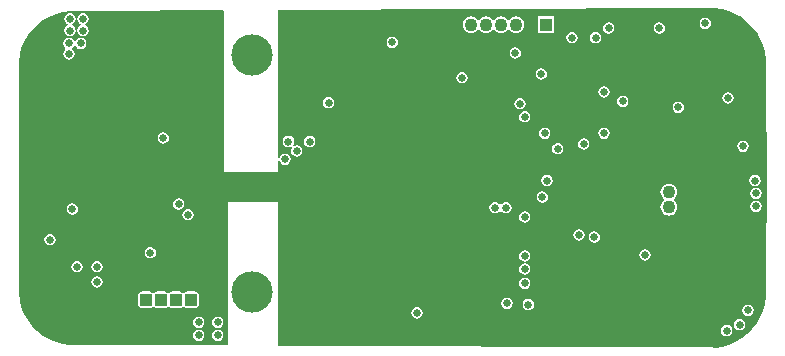
<source format=gbr>
%TF.GenerationSoftware,Altium Limited,Altium Designer,20.2.6 (244)*%
G04 Layer_Physical_Order=2*
G04 Layer_Color=36540*
%FSLAX45Y45*%
%MOMM*%
%TF.SameCoordinates,5B1E47F8-7F56-49C7-AB48-EE235D2752C7*%
%TF.FilePolarity,Positive*%
%TF.FileFunction,Copper,L2,Inr,Signal*%
%TF.Part,Single*%
G01*
G75*
%TA.AperFunction,ComponentPad*%
%ADD48C,3.50000*%
%ADD49C,1.10000*%
%ADD50R,1.10000X1.10000*%
G04:AMPARAMS|DCode=51|XSize=1.1mm|YSize=1.1mm|CornerRadius=0.275mm|HoleSize=0mm|Usage=FLASHONLY|Rotation=270.000|XOffset=0mm|YOffset=0mm|HoleType=Round|Shape=RoundedRectangle|*
%AMROUNDEDRECTD51*
21,1,1.10000,0.55000,0,0,270.0*
21,1,0.55000,1.10000,0,0,270.0*
1,1,0.55000,-0.27500,-0.27500*
1,1,0.55000,-0.27500,0.27500*
1,1,0.55000,0.27500,0.27500*
1,1,0.55000,0.27500,-0.27500*
%
%ADD51ROUNDEDRECTD51*%
G04:AMPARAMS|DCode=52|XSize=1.1mm|YSize=1.1mm|CornerRadius=0.1375mm|HoleSize=0mm|Usage=FLASHONLY|Rotation=270.000|XOffset=0mm|YOffset=0mm|HoleType=Round|Shape=RoundedRectangle|*
%AMROUNDEDRECTD52*
21,1,1.10000,0.82500,0,0,270.0*
21,1,0.82500,1.10000,0,0,270.0*
1,1,0.27500,-0.41250,-0.41250*
1,1,0.27500,-0.41250,0.41250*
1,1,0.27500,0.41250,0.41250*
1,1,0.27500,0.41250,-0.41250*
%
%ADD52ROUNDEDRECTD52*%
%ADD53O,2.80000X1.40000*%
%ADD54R,1.10000X1.10000*%
%TA.AperFunction,ViaPad*%
%ADD55C,0.65000*%
G36*
X5979158Y2890763D02*
X6037967Y2875302D01*
X6094248Y2852291D01*
X6147045Y2822123D01*
X6195448Y2785316D01*
X6238625Y2742504D01*
X6275840Y2694415D01*
X6306454Y2641876D01*
X6329941Y2585790D01*
X6345900Y2527115D01*
X6354057Y2466857D01*
X6354164Y2436481D01*
X6354164Y2436481D01*
X6354446Y2324560D01*
X6354449Y2324544D01*
X6354446Y2324528D01*
X6354781Y2236193D01*
X6354782Y2236187D01*
X6354781Y2236181D01*
X6358062Y1462194D01*
X6354781Y688206D01*
X6354782Y688198D01*
X6354781Y688191D01*
X6354371Y575820D01*
X6354374Y575803D01*
X6354371Y575787D01*
X6354164Y487902D01*
X6354164Y487901D01*
X6354054Y457532D01*
X6345894Y397277D01*
X6329932Y338604D01*
X6306442Y282517D01*
X6275828Y229982D01*
X6238612Y181895D01*
X6195435Y139082D01*
X6147034Y102275D01*
X6094242Y72108D01*
X6037958Y49094D01*
X5979154Y33630D01*
X5918830Y25981D01*
X5888429Y26128D01*
X5776538Y26794D01*
X5776522Y26791D01*
X5776506Y26795D01*
X5688171Y27209D01*
X5688165Y27208D01*
X5688160Y27209D01*
X2220000Y41903D01*
Y1260000D01*
X1800000D01*
Y52681D01*
X1791000Y43720D01*
X688206Y48392D01*
X688199Y48391D01*
X688191Y48392D01*
X575821Y48802D01*
X575804Y48799D01*
X575788Y48802D01*
X487903Y49009D01*
X487902Y49009D01*
X457532Y49118D01*
X397277Y57277D01*
X338603Y73238D01*
X282517Y96728D01*
X229980Y127342D01*
X181893Y164557D01*
X139080Y207734D01*
X102274Y256135D01*
X72105Y308930D01*
X49093Y365212D01*
X33630Y424019D01*
X25981Y484341D01*
X26129Y514744D01*
X26795Y626636D01*
X26792Y626651D01*
X26796Y626668D01*
X27210Y715002D01*
X27209Y715008D01*
X27210Y715014D01*
X30373Y1462086D01*
X30352Y1462194D01*
X30373Y1462302D01*
X27210Y2209373D01*
X27208Y2209381D01*
X27210Y2209389D01*
X26667Y2321759D01*
X26664Y2321775D01*
X26667Y2321792D01*
X26129Y2409644D01*
X25980Y2440047D01*
X33627Y2500370D01*
X49089Y2559176D01*
X72102Y2615461D01*
X102269Y2668255D01*
X139075Y2716656D01*
X181889Y2759834D01*
X229977Y2797050D01*
X282513Y2827663D01*
X338599Y2851151D01*
X397275Y2867112D01*
X457532Y2875270D01*
X487907Y2875378D01*
X487908Y2875378D01*
X599828Y2875660D01*
X599844Y2875663D01*
X599860Y2875660D01*
X688195Y2875995D01*
X688200Y2875996D01*
X688206Y2875995D01*
X1751001Y2880497D01*
X1760000Y2871536D01*
Y1510000D01*
X2220000D01*
Y1603249D01*
X2225624Y1613619D01*
X2225626Y1613619D01*
Y1613619D01*
X2232699Y1614316D01*
X2232868Y1613474D01*
X2235256Y1601466D01*
X2245754Y1585755D01*
X2261466Y1575256D01*
X2280000Y1571569D01*
X2298534Y1575256D01*
X2314246Y1585755D01*
X2324744Y1601466D01*
X2328431Y1620000D01*
X2324744Y1638534D01*
X2314246Y1654246D01*
X2298534Y1664744D01*
X2280000Y1668431D01*
X2261466Y1664744D01*
X2245754Y1654246D01*
X2235256Y1638534D01*
X2232868Y1626527D01*
X2232699Y1625684D01*
X2225626Y1626381D01*
Y1626381D01*
X2225625Y1626381D01*
X2220000Y1636751D01*
Y2882484D01*
X5688160Y2897178D01*
X5688167Y2897180D01*
X5688175Y2897178D01*
X5800545Y2897721D01*
X5800561Y2897724D01*
X5800578Y2897721D01*
X5888430Y2898259D01*
X5918833Y2898409D01*
X5979158Y2890763D01*
D02*
G37*
%LPC*%
G36*
X4237000Y2830604D02*
X4218726Y2828198D01*
X4201698Y2821145D01*
X4187075Y2809925D01*
X4181367Y2802485D01*
X4165633D01*
X4159924Y2809925D01*
X4145302Y2821145D01*
X4128273Y2828198D01*
X4110000Y2830604D01*
X4091726Y2828198D01*
X4074698Y2821145D01*
X4060075Y2809925D01*
X4054367Y2802485D01*
X4038633D01*
X4032924Y2809925D01*
X4018302Y2821145D01*
X4001273Y2828198D01*
X3983000Y2830604D01*
X3964726Y2828198D01*
X3947698Y2821145D01*
X3933075Y2809925D01*
X3927367Y2802485D01*
X3911633D01*
X3905924Y2809925D01*
X3891302Y2821145D01*
X3874273Y2828198D01*
X3856000Y2830604D01*
X3837726Y2828198D01*
X3820698Y2821145D01*
X3806075Y2809925D01*
X3794855Y2795302D01*
X3787802Y2778274D01*
X3785396Y2760000D01*
X3787802Y2741727D01*
X3794855Y2724698D01*
X3806075Y2710076D01*
X3820698Y2698855D01*
X3837726Y2691802D01*
X3856000Y2689396D01*
X3874273Y2691802D01*
X3891302Y2698855D01*
X3905924Y2710076D01*
X3911633Y2717515D01*
X3927367D01*
X3933075Y2710076D01*
X3947698Y2698855D01*
X3964726Y2691802D01*
X3983000Y2689396D01*
X4001273Y2691802D01*
X4018302Y2698855D01*
X4032924Y2710076D01*
X4038633Y2717515D01*
X4054367D01*
X4060075Y2710076D01*
X4074698Y2698855D01*
X4091726Y2691802D01*
X4110000Y2689396D01*
X4128273Y2691802D01*
X4145302Y2698855D01*
X4159924Y2710076D01*
X4165633Y2717515D01*
X4181367D01*
X4187075Y2710076D01*
X4201698Y2698855D01*
X4218726Y2691802D01*
X4237000Y2689396D01*
X4255273Y2691802D01*
X4272302Y2698855D01*
X4286924Y2710076D01*
X4298145Y2724698D01*
X4305198Y2741727D01*
X4307604Y2760000D01*
X4305198Y2778274D01*
X4298145Y2795302D01*
X4286924Y2809925D01*
X4272302Y2821145D01*
X4255273Y2828198D01*
X4237000Y2830604D01*
D02*
G37*
G36*
X5840000Y2818431D02*
X5821466Y2814744D01*
X5805754Y2804246D01*
X5795256Y2788534D01*
X5791569Y2770000D01*
X5795256Y2751466D01*
X5805754Y2735754D01*
X5821466Y2725256D01*
X5840000Y2721569D01*
X5858534Y2725256D01*
X5874246Y2735754D01*
X5884744Y2751466D01*
X5888431Y2770000D01*
X5884744Y2788534D01*
X5874246Y2804246D01*
X5858534Y2814744D01*
X5840000Y2818431D01*
D02*
G37*
G36*
X4561000Y2830000D02*
X4421000D01*
Y2690000D01*
X4561000D01*
Y2830000D01*
D02*
G37*
G36*
X5450000Y2778431D02*
X5431466Y2774744D01*
X5415754Y2764245D01*
X5405256Y2748533D01*
X5401569Y2730000D01*
X5405256Y2711466D01*
X5415754Y2695754D01*
X5431466Y2685256D01*
X5450000Y2681569D01*
X5468534Y2685256D01*
X5484246Y2695754D01*
X5494744Y2711466D01*
X5498431Y2730000D01*
X5494744Y2748533D01*
X5484246Y2764245D01*
X5468534Y2774744D01*
X5450000Y2778431D01*
D02*
G37*
G36*
X5020000D02*
X5001467Y2774744D01*
X4985755Y2764245D01*
X4975256Y2748533D01*
X4971569Y2730000D01*
X4975256Y2711466D01*
X4985755Y2695754D01*
X5001467Y2685256D01*
X5020000Y2681569D01*
X5038534Y2685256D01*
X5054246Y2695754D01*
X5064744Y2711466D01*
X5068431Y2730000D01*
X5064744Y2748533D01*
X5054246Y2764245D01*
X5038534Y2774744D01*
X5020000Y2778431D01*
D02*
G37*
G36*
X570000Y2858431D02*
X551466Y2854744D01*
X535754Y2844246D01*
X525256Y2828534D01*
X521569Y2810000D01*
X525256Y2791466D01*
X535754Y2775754D01*
X548773Y2767056D01*
X549792Y2762394D01*
Y2757606D01*
X548773Y2752944D01*
X535754Y2744245D01*
X525256Y2728534D01*
X521569Y2710000D01*
X525256Y2691466D01*
X535754Y2675754D01*
X551466Y2665256D01*
X570000Y2661569D01*
X588533Y2665256D01*
X604245Y2675754D01*
X614744Y2691466D01*
X618431Y2710000D01*
X614744Y2728534D01*
X604245Y2744245D01*
X591227Y2752944D01*
X590207Y2757606D01*
Y2762394D01*
X591227Y2767056D01*
X604245Y2775754D01*
X614744Y2791466D01*
X618431Y2810000D01*
X614744Y2828534D01*
X604245Y2844246D01*
X588533Y2854744D01*
X570000Y2858431D01*
D02*
G37*
G36*
X460000D02*
X441466Y2854744D01*
X425755Y2844246D01*
X415256Y2828534D01*
X411569Y2810000D01*
X415256Y2791466D01*
X425755Y2775754D01*
X438773Y2767056D01*
X439793Y2762394D01*
Y2757606D01*
X438773Y2752944D01*
X425755Y2744245D01*
X415256Y2728534D01*
X411569Y2710000D01*
X415256Y2691466D01*
X425755Y2675754D01*
X441466Y2665256D01*
X460000Y2661569D01*
X478534Y2665256D01*
X494246Y2675754D01*
X504744Y2691466D01*
X508431Y2710000D01*
X504744Y2728534D01*
X494246Y2744245D01*
X481227Y2752944D01*
X480208Y2757606D01*
Y2762394D01*
X481227Y2767056D01*
X494246Y2775754D01*
X504744Y2791466D01*
X508431Y2810000D01*
X504744Y2828534D01*
X494246Y2844246D01*
X478534Y2854744D01*
X460000Y2858431D01*
D02*
G37*
G36*
X550000Y2648431D02*
X531466Y2644744D01*
X515754Y2634245D01*
X507056Y2621227D01*
X502395Y2620208D01*
X497605D01*
X492944Y2621227D01*
X484246Y2634245D01*
X468534Y2644744D01*
X450000Y2648431D01*
X431466Y2644744D01*
X415755Y2634245D01*
X405256Y2618533D01*
X401569Y2600000D01*
X405256Y2581466D01*
X415755Y2565754D01*
X420420Y2562637D01*
Y2547363D01*
X415755Y2544246D01*
X405256Y2528534D01*
X401569Y2510000D01*
X405256Y2491466D01*
X415755Y2475755D01*
X431466Y2465256D01*
X450000Y2461569D01*
X468534Y2465256D01*
X484246Y2475755D01*
X494744Y2491466D01*
X498431Y2510000D01*
X494744Y2528534D01*
X484246Y2544246D01*
X479581Y2547363D01*
Y2562637D01*
X484246Y2565754D01*
X492944Y2578772D01*
X497605Y2579792D01*
X502395D01*
X507056Y2578772D01*
X515754Y2565754D01*
X531466Y2555256D01*
X550000Y2551569D01*
X568534Y2555256D01*
X584245Y2565754D01*
X594744Y2581466D01*
X598431Y2600000D01*
X594744Y2618533D01*
X584245Y2634245D01*
X568534Y2644744D01*
X550000Y2648431D01*
D02*
G37*
G36*
X4910000Y2698431D02*
X4891466Y2694744D01*
X4875755Y2684246D01*
X4865256Y2668534D01*
X4861569Y2650000D01*
X4865256Y2631466D01*
X4875755Y2615754D01*
X4891466Y2605256D01*
X4910000Y2601569D01*
X4928534Y2605256D01*
X4944246Y2615754D01*
X4954744Y2631466D01*
X4958431Y2650000D01*
X4954744Y2668534D01*
X4944246Y2684246D01*
X4928534Y2694744D01*
X4910000Y2698431D01*
D02*
G37*
G36*
X4710000D02*
X4691466Y2694744D01*
X4675754Y2684246D01*
X4665256Y2668534D01*
X4661569Y2650000D01*
X4665256Y2631466D01*
X4675754Y2615754D01*
X4691466Y2605256D01*
X4710000Y2601569D01*
X4728534Y2605256D01*
X4744246Y2615754D01*
X4754744Y2631466D01*
X4758431Y2650000D01*
X4754744Y2668534D01*
X4744246Y2684246D01*
X4728534Y2694744D01*
X4710000Y2698431D01*
D02*
G37*
G36*
X3190000Y2658431D02*
X3171466Y2654744D01*
X3155754Y2644246D01*
X3145256Y2628534D01*
X3141569Y2610000D01*
X3145256Y2591466D01*
X3155754Y2575755D01*
X3171466Y2565256D01*
X3190000Y2561569D01*
X3208534Y2565256D01*
X3224246Y2575755D01*
X3234744Y2591466D01*
X3238431Y2610000D01*
X3234744Y2628534D01*
X3224246Y2644246D01*
X3208534Y2654744D01*
X3190000Y2658431D01*
D02*
G37*
G36*
X4230000Y2568431D02*
X4211466Y2564744D01*
X4195754Y2554246D01*
X4185256Y2538534D01*
X4181569Y2520000D01*
X4185256Y2501466D01*
X4195754Y2485754D01*
X4211466Y2475256D01*
X4230000Y2471569D01*
X4248534Y2475256D01*
X4264245Y2485754D01*
X4274744Y2501466D01*
X4278431Y2520000D01*
X4274744Y2538534D01*
X4264245Y2554246D01*
X4248534Y2564744D01*
X4230000Y2568431D01*
D02*
G37*
G36*
X4450000Y2388431D02*
X4431466Y2384744D01*
X4415754Y2374245D01*
X4405256Y2358534D01*
X4401569Y2340000D01*
X4405256Y2321466D01*
X4415754Y2305754D01*
X4431466Y2295256D01*
X4450000Y2291569D01*
X4468534Y2295256D01*
X4484246Y2305754D01*
X4494744Y2321466D01*
X4498431Y2340000D01*
X4494744Y2358534D01*
X4484246Y2374245D01*
X4468534Y2384744D01*
X4450000Y2388431D01*
D02*
G37*
G36*
X3780000Y2358431D02*
X3761466Y2354744D01*
X3745755Y2344246D01*
X3735256Y2328534D01*
X3731569Y2310000D01*
X3735256Y2291466D01*
X3745755Y2275754D01*
X3761466Y2265256D01*
X3780000Y2261569D01*
X3798534Y2265256D01*
X3814246Y2275754D01*
X3824744Y2291466D01*
X3828431Y2310000D01*
X3824744Y2328534D01*
X3814246Y2344246D01*
X3798534Y2354744D01*
X3780000Y2358431D01*
D02*
G37*
G36*
X4980000Y2238431D02*
X4961466Y2234744D01*
X4945754Y2224245D01*
X4935256Y2208534D01*
X4931569Y2190000D01*
X4935256Y2171466D01*
X4945754Y2155754D01*
X4961466Y2145256D01*
X4980000Y2141569D01*
X4998534Y2145256D01*
X5014245Y2155754D01*
X5024744Y2171466D01*
X5028431Y2190000D01*
X5024744Y2208534D01*
X5014245Y2224245D01*
X4998534Y2234744D01*
X4980000Y2238431D01*
D02*
G37*
G36*
X6030000Y2188431D02*
X6011466Y2184744D01*
X5995754Y2174246D01*
X5985256Y2158534D01*
X5981569Y2140000D01*
X5985256Y2121466D01*
X5995754Y2105754D01*
X6011466Y2095256D01*
X6030000Y2091569D01*
X6048533Y2095256D01*
X6064245Y2105754D01*
X6074744Y2121466D01*
X6078431Y2140000D01*
X6074744Y2158534D01*
X6064245Y2174246D01*
X6048533Y2184744D01*
X6030000Y2188431D01*
D02*
G37*
G36*
X5140000Y2158431D02*
X5121466Y2154744D01*
X5105754Y2144246D01*
X5095256Y2128534D01*
X5091569Y2110000D01*
X5095256Y2091466D01*
X5105754Y2075755D01*
X5121466Y2065256D01*
X5140000Y2061569D01*
X5158533Y2065256D01*
X5174245Y2075755D01*
X5184744Y2091466D01*
X5188431Y2110000D01*
X5184744Y2128534D01*
X5174245Y2144246D01*
X5158533Y2154744D01*
X5140000Y2158431D01*
D02*
G37*
G36*
X2650000Y2148431D02*
X2631466Y2144744D01*
X2615754Y2134246D01*
X2605256Y2118534D01*
X2601569Y2100000D01*
X2605256Y2081466D01*
X2615754Y2065755D01*
X2631466Y2055256D01*
X2650000Y2051569D01*
X2668534Y2055256D01*
X2684246Y2065755D01*
X2694744Y2081466D01*
X2698431Y2100000D01*
X2694744Y2118534D01*
X2684246Y2134246D01*
X2668534Y2144744D01*
X2650000Y2148431D01*
D02*
G37*
G36*
X4270000Y2138431D02*
X4251466Y2134744D01*
X4235755Y2124245D01*
X4225256Y2108534D01*
X4221569Y2090000D01*
X4225256Y2071466D01*
X4235755Y2055754D01*
X4251466Y2045256D01*
X4270000Y2041569D01*
X4288534Y2045256D01*
X4304246Y2055754D01*
X4314744Y2071466D01*
X4318431Y2090000D01*
X4314744Y2108534D01*
X4304246Y2124245D01*
X4288534Y2134744D01*
X4270000Y2138431D01*
D02*
G37*
G36*
X5610000Y2108431D02*
X5591466Y2104744D01*
X5575754Y2094245D01*
X5565256Y2078534D01*
X5561569Y2060000D01*
X5565256Y2041466D01*
X5575754Y2025754D01*
X5591466Y2015256D01*
X5610000Y2011569D01*
X5628534Y2015256D01*
X5644246Y2025754D01*
X5654744Y2041466D01*
X5658431Y2060000D01*
X5654744Y2078534D01*
X5644246Y2094245D01*
X5628534Y2104744D01*
X5610000Y2108431D01*
D02*
G37*
G36*
X4310000Y2028431D02*
X4291466Y2024744D01*
X4275754Y2014246D01*
X4265256Y1998534D01*
X4261569Y1980000D01*
X4265256Y1961466D01*
X4275754Y1945755D01*
X4291466Y1935256D01*
X4310000Y1931569D01*
X4328534Y1935256D01*
X4344246Y1945755D01*
X4354744Y1961466D01*
X4358431Y1980000D01*
X4354744Y1998534D01*
X4344246Y2014246D01*
X4328534Y2024744D01*
X4310000Y2028431D01*
D02*
G37*
G36*
X4980000Y1888431D02*
X4961466Y1884744D01*
X4945754Y1874245D01*
X4935256Y1858533D01*
X4931569Y1840000D01*
X4935256Y1821466D01*
X4945754Y1805754D01*
X4961466Y1795256D01*
X4980000Y1791569D01*
X4998534Y1795256D01*
X5014245Y1805754D01*
X5024744Y1821466D01*
X5028431Y1840000D01*
X5024744Y1858533D01*
X5014245Y1874245D01*
X4998534Y1884744D01*
X4980000Y1888431D01*
D02*
G37*
G36*
X4480000D02*
X4461466Y1884744D01*
X4445754Y1874245D01*
X4435256Y1858533D01*
X4431569Y1840000D01*
X4435256Y1821466D01*
X4445754Y1805754D01*
X4461466Y1795256D01*
X4480000Y1791569D01*
X4498534Y1795256D01*
X4514245Y1805754D01*
X4524744Y1821466D01*
X4528431Y1840000D01*
X4524744Y1858533D01*
X4514245Y1874245D01*
X4498534Y1884744D01*
X4480000Y1888431D01*
D02*
G37*
G36*
X1250000Y1848431D02*
X1231466Y1844744D01*
X1215754Y1834246D01*
X1205256Y1818534D01*
X1201569Y1800000D01*
X1205256Y1781466D01*
X1215754Y1765754D01*
X1231466Y1755256D01*
X1250000Y1751569D01*
X1268534Y1755256D01*
X1284246Y1765754D01*
X1294744Y1781466D01*
X1298431Y1800000D01*
X1294744Y1818534D01*
X1284246Y1834246D01*
X1268534Y1844744D01*
X1250000Y1848431D01*
D02*
G37*
G36*
X2490000Y1818431D02*
X2471466Y1814744D01*
X2455755Y1804246D01*
X2445256Y1788534D01*
X2441569Y1770000D01*
X2445256Y1751466D01*
X2455755Y1735754D01*
X2471466Y1725256D01*
X2490000Y1721569D01*
X2508534Y1725256D01*
X2524246Y1735754D01*
X2534744Y1751466D01*
X2538431Y1770000D01*
X2534744Y1788534D01*
X2524246Y1804246D01*
X2508534Y1814744D01*
X2490000Y1818431D01*
D02*
G37*
G36*
X4810000Y1798431D02*
X4791466Y1794744D01*
X4775754Y1784246D01*
X4765256Y1768534D01*
X4761569Y1750000D01*
X4765256Y1731466D01*
X4775754Y1715755D01*
X4791466Y1705256D01*
X4810000Y1701569D01*
X4828534Y1705256D01*
X4844246Y1715755D01*
X4854744Y1731466D01*
X4858431Y1750000D01*
X4854744Y1768534D01*
X4844246Y1784246D01*
X4828534Y1794744D01*
X4810000Y1798431D01*
D02*
G37*
G36*
X6160000Y1778431D02*
X6141467Y1774744D01*
X6125755Y1764246D01*
X6115256Y1748534D01*
X6111569Y1730000D01*
X6115256Y1711466D01*
X6125755Y1695755D01*
X6141467Y1685256D01*
X6160000Y1681569D01*
X6178534Y1685256D01*
X6194246Y1695755D01*
X6204744Y1711466D01*
X6208431Y1730000D01*
X6204744Y1748534D01*
X6194246Y1764246D01*
X6178534Y1774744D01*
X6160000Y1778431D01*
D02*
G37*
G36*
X4590000Y1758431D02*
X4571466Y1754744D01*
X4555754Y1744245D01*
X4545256Y1728533D01*
X4541569Y1710000D01*
X4545256Y1691466D01*
X4555754Y1675754D01*
X4571466Y1665256D01*
X4590000Y1661569D01*
X4608534Y1665256D01*
X4624246Y1675754D01*
X4634744Y1691466D01*
X4638431Y1710000D01*
X4634744Y1728533D01*
X4624246Y1744245D01*
X4608534Y1754744D01*
X4590000Y1758431D01*
D02*
G37*
G36*
X2310000Y1818431D02*
X2291466Y1814744D01*
X2275754Y1804246D01*
X2265256Y1788534D01*
X2261569Y1770000D01*
X2265256Y1751466D01*
X2275754Y1735754D01*
X2291466Y1725256D01*
X2310000Y1721569D01*
X2328534Y1725256D01*
X2333270Y1728421D01*
X2342426Y1719265D01*
X2335256Y1708534D01*
X2331569Y1690000D01*
X2335256Y1671466D01*
X2345755Y1655754D01*
X2361466Y1645256D01*
X2380000Y1641569D01*
X2398534Y1645256D01*
X2414246Y1655754D01*
X2424744Y1671466D01*
X2428431Y1690000D01*
X2424744Y1708534D01*
X2414246Y1724245D01*
X2398534Y1734744D01*
X2380000Y1738431D01*
X2361466Y1734744D01*
X2356730Y1731579D01*
X2347574Y1740735D01*
X2354744Y1751466D01*
X2358431Y1770000D01*
X2354744Y1788534D01*
X2344246Y1804246D01*
X2328534Y1814744D01*
X2310000Y1818431D01*
D02*
G37*
G36*
X6260000Y1488431D02*
X6241466Y1484744D01*
X6225754Y1474245D01*
X6215256Y1458534D01*
X6211569Y1440000D01*
X6215256Y1421466D01*
X6225754Y1405754D01*
X6241466Y1395256D01*
X6260000Y1391569D01*
X6278534Y1395256D01*
X6294245Y1405754D01*
X6304744Y1421466D01*
X6308431Y1440000D01*
X6304744Y1458534D01*
X6294245Y1474245D01*
X6278534Y1484744D01*
X6260000Y1488431D01*
D02*
G37*
G36*
X4500000D02*
X4481466Y1484744D01*
X4465754Y1474245D01*
X4455256Y1458534D01*
X4451569Y1440000D01*
X4455256Y1421466D01*
X4465754Y1405754D01*
X4481466Y1395256D01*
X4500000Y1391569D01*
X4518534Y1395256D01*
X4534245Y1405754D01*
X4544744Y1421466D01*
X4548431Y1440000D01*
X4544744Y1458534D01*
X4534245Y1474245D01*
X4518534Y1484744D01*
X4500000Y1488431D01*
D02*
G37*
G36*
X6270000Y1378431D02*
X6251466Y1374744D01*
X6235754Y1364245D01*
X6225256Y1348533D01*
X6221569Y1330000D01*
X6225256Y1311466D01*
X6235754Y1295754D01*
X6251466Y1285256D01*
X6270000Y1281569D01*
X6288534Y1285256D01*
X6304245Y1295754D01*
X6314744Y1311466D01*
X6318431Y1330000D01*
X6314744Y1348533D01*
X6304245Y1364245D01*
X6288534Y1374744D01*
X6270000Y1378431D01*
D02*
G37*
G36*
X4460000Y1348431D02*
X4441466Y1344744D01*
X4425754Y1334245D01*
X4415256Y1318534D01*
X4411569Y1300000D01*
X4415256Y1281466D01*
X4425754Y1265754D01*
X4441466Y1255256D01*
X4460000Y1251569D01*
X4478534Y1255256D01*
X4494246Y1265754D01*
X4504744Y1281466D01*
X4508431Y1300000D01*
X4504744Y1318534D01*
X4494246Y1334245D01*
X4478534Y1344744D01*
X4460000Y1348431D01*
D02*
G37*
G36*
X4150000Y1258431D02*
X4131466Y1254744D01*
X4115755Y1244246D01*
X4112637Y1239580D01*
X4097363D01*
X4094246Y1244246D01*
X4078534Y1254744D01*
X4060000Y1258431D01*
X4041466Y1254744D01*
X4025754Y1244246D01*
X4015256Y1228534D01*
X4011569Y1210000D01*
X4015256Y1191467D01*
X4025754Y1175755D01*
X4041466Y1165256D01*
X4060000Y1161569D01*
X4078534Y1165256D01*
X4094246Y1175755D01*
X4097363Y1180420D01*
X4112637D01*
X4115755Y1175755D01*
X4131466Y1165256D01*
X4150000Y1161569D01*
X4168534Y1165256D01*
X4184246Y1175755D01*
X4194744Y1191467D01*
X4198431Y1210000D01*
X4194744Y1228534D01*
X4184246Y1244246D01*
X4168534Y1254744D01*
X4150000Y1258431D01*
D02*
G37*
G36*
X1380000Y1288431D02*
X1361466Y1284744D01*
X1345754Y1274246D01*
X1335256Y1258534D01*
X1331569Y1240000D01*
X1335256Y1221466D01*
X1345754Y1205755D01*
X1361466Y1195256D01*
X1380000Y1191569D01*
X1398534Y1195256D01*
X1414246Y1205755D01*
X1424744Y1221466D01*
X1428431Y1240000D01*
X1424744Y1258534D01*
X1414246Y1274246D01*
X1398534Y1284744D01*
X1380000Y1288431D01*
D02*
G37*
G36*
X6270000Y1268431D02*
X6251466Y1264744D01*
X6235754Y1254246D01*
X6225256Y1238534D01*
X6221569Y1220000D01*
X6225256Y1201466D01*
X6235754Y1185755D01*
X6251466Y1175256D01*
X6270000Y1171569D01*
X6288534Y1175256D01*
X6304245Y1185755D01*
X6314744Y1201466D01*
X6318431Y1220000D01*
X6314744Y1238534D01*
X6304245Y1254246D01*
X6288534Y1264744D01*
X6270000Y1268431D01*
D02*
G37*
G36*
X480000Y1248431D02*
X461466Y1244744D01*
X445755Y1234245D01*
X435256Y1218534D01*
X431569Y1200000D01*
X435256Y1181466D01*
X445755Y1165754D01*
X461466Y1155256D01*
X480000Y1151569D01*
X498534Y1155256D01*
X514246Y1165754D01*
X524744Y1181466D01*
X528431Y1200000D01*
X524744Y1218534D01*
X514246Y1234245D01*
X498534Y1244744D01*
X480000Y1248431D01*
D02*
G37*
G36*
X5530000Y1410604D02*
X5511727Y1408198D01*
X5494698Y1401145D01*
X5480076Y1389925D01*
X5468855Y1375302D01*
X5461802Y1358274D01*
X5459396Y1340000D01*
X5461802Y1321727D01*
X5468855Y1304698D01*
X5480076Y1290076D01*
X5487515Y1284367D01*
Y1268633D01*
X5480076Y1262925D01*
X5468855Y1248302D01*
X5461802Y1231274D01*
X5459396Y1213000D01*
X5461802Y1194727D01*
X5468855Y1177698D01*
X5480076Y1163076D01*
X5494698Y1151855D01*
X5511727Y1144802D01*
X5530000Y1142396D01*
X5548274Y1144802D01*
X5565302Y1151855D01*
X5579925Y1163076D01*
X5591145Y1177698D01*
X5598198Y1194727D01*
X5600604Y1213000D01*
X5598198Y1231274D01*
X5591145Y1248302D01*
X5579925Y1262925D01*
X5572485Y1268633D01*
Y1284367D01*
X5579925Y1290076D01*
X5591145Y1304698D01*
X5598198Y1321727D01*
X5600604Y1340000D01*
X5598198Y1358274D01*
X5591145Y1375302D01*
X5579925Y1389925D01*
X5565302Y1401145D01*
X5548274Y1408198D01*
X5530000Y1410604D01*
D02*
G37*
G36*
X1460000Y1198431D02*
X1441466Y1194744D01*
X1425754Y1184246D01*
X1415256Y1168534D01*
X1411569Y1150000D01*
X1415256Y1131466D01*
X1425754Y1115754D01*
X1441466Y1105256D01*
X1460000Y1101569D01*
X1478533Y1105256D01*
X1494245Y1115754D01*
X1504744Y1131466D01*
X1508431Y1150000D01*
X1504744Y1168534D01*
X1494245Y1184246D01*
X1478533Y1194744D01*
X1460000Y1198431D01*
D02*
G37*
G36*
X4310000Y1178431D02*
X4291466Y1174744D01*
X4275754Y1164246D01*
X4265256Y1148534D01*
X4261569Y1130000D01*
X4265256Y1111466D01*
X4275754Y1095754D01*
X4291466Y1085256D01*
X4310000Y1081569D01*
X4328534Y1085256D01*
X4344246Y1095754D01*
X4354744Y1111466D01*
X4358431Y1130000D01*
X4354744Y1148534D01*
X4344246Y1164246D01*
X4328534Y1174744D01*
X4310000Y1178431D01*
D02*
G37*
G36*
X4770000Y1028431D02*
X4751466Y1024744D01*
X4735755Y1014246D01*
X4725256Y998534D01*
X4721569Y980000D01*
X4725256Y961466D01*
X4735755Y945755D01*
X4751466Y935256D01*
X4770000Y931569D01*
X4788534Y935256D01*
X4804246Y945755D01*
X4814744Y961466D01*
X4818431Y980000D01*
X4814744Y998534D01*
X4804246Y1014246D01*
X4788534Y1024744D01*
X4770000Y1028431D01*
D02*
G37*
G36*
X4900000Y1008431D02*
X4881466Y1004744D01*
X4865755Y994246D01*
X4855256Y978534D01*
X4851569Y960000D01*
X4855256Y941466D01*
X4865755Y925755D01*
X4881466Y915256D01*
X4900000Y911569D01*
X4918534Y915256D01*
X4934246Y925755D01*
X4944744Y941466D01*
X4948431Y960000D01*
X4944744Y978534D01*
X4934246Y994246D01*
X4918534Y1004744D01*
X4900000Y1008431D01*
D02*
G37*
G36*
X290000Y988431D02*
X271466Y984744D01*
X255754Y974245D01*
X245256Y958534D01*
X241569Y940000D01*
X245256Y921466D01*
X255754Y905754D01*
X271466Y895256D01*
X290000Y891569D01*
X308534Y895256D01*
X324245Y905754D01*
X334744Y921466D01*
X338431Y940000D01*
X334744Y958534D01*
X324245Y974245D01*
X308534Y984744D01*
X290000Y988431D01*
D02*
G37*
G36*
X1140000Y878431D02*
X1121466Y874744D01*
X1105754Y864246D01*
X1095256Y848534D01*
X1091569Y830000D01*
X1095256Y811466D01*
X1105754Y795755D01*
X1121466Y785256D01*
X1140000Y781569D01*
X1158534Y785256D01*
X1174246Y795755D01*
X1184744Y811466D01*
X1188431Y830000D01*
X1184744Y848534D01*
X1174246Y864246D01*
X1158534Y874744D01*
X1140000Y878431D01*
D02*
G37*
G36*
X5330000Y858431D02*
X5311466Y854744D01*
X5295754Y844245D01*
X5285256Y828534D01*
X5281569Y810000D01*
X5285256Y791466D01*
X5295754Y775754D01*
X5311466Y765256D01*
X5330000Y761569D01*
X5348534Y765256D01*
X5364246Y775754D01*
X5374744Y791466D01*
X5378431Y810000D01*
X5374744Y828534D01*
X5364246Y844245D01*
X5348534Y854744D01*
X5330000Y858431D01*
D02*
G37*
G36*
X4310000Y848431D02*
X4291466Y844744D01*
X4275754Y834245D01*
X4265256Y818534D01*
X4261569Y800000D01*
X4265256Y781466D01*
X4275754Y765754D01*
X4291466Y755256D01*
X4310000Y751569D01*
X4328534Y755256D01*
X4344246Y765754D01*
X4354744Y781466D01*
X4358431Y800000D01*
X4354744Y818534D01*
X4344246Y834245D01*
X4328534Y844744D01*
X4310000Y848431D01*
D02*
G37*
G36*
X690000Y758431D02*
X671466Y754744D01*
X655754Y744246D01*
X645256Y728534D01*
X641569Y710000D01*
X645256Y691466D01*
X655754Y675755D01*
X671466Y665256D01*
X690000Y661569D01*
X708534Y665256D01*
X724245Y675755D01*
X734744Y691466D01*
X738431Y710000D01*
X734744Y728534D01*
X724245Y744246D01*
X708534Y754744D01*
X690000Y758431D01*
D02*
G37*
G36*
X520000D02*
X501466Y754744D01*
X485754Y744246D01*
X475256Y728534D01*
X471569Y710000D01*
X475256Y691466D01*
X485754Y675755D01*
X501466Y665256D01*
X520000Y661569D01*
X538534Y665256D01*
X554246Y675755D01*
X564744Y691466D01*
X568431Y710000D01*
X564744Y728534D01*
X554246Y744246D01*
X538534Y754744D01*
X520000Y758431D01*
D02*
G37*
G36*
X4310000Y738431D02*
X4291466Y734744D01*
X4275754Y724245D01*
X4265256Y708534D01*
X4261569Y690000D01*
X4265256Y671466D01*
X4275754Y655754D01*
X4291466Y645256D01*
X4310000Y641569D01*
X4328534Y645256D01*
X4344246Y655754D01*
X4354744Y671466D01*
X4358431Y690000D01*
X4354744Y708534D01*
X4344246Y724245D01*
X4328534Y734744D01*
X4310000Y738431D01*
D02*
G37*
G36*
X690000Y628431D02*
X671466Y624744D01*
X655754Y614246D01*
X645256Y598534D01*
X641569Y580000D01*
X645256Y561466D01*
X655754Y545755D01*
X671466Y535256D01*
X690000Y531569D01*
X708534Y535256D01*
X724245Y545755D01*
X734744Y561466D01*
X738431Y580000D01*
X734744Y598534D01*
X724245Y614246D01*
X708534Y624744D01*
X690000Y628431D01*
D02*
G37*
G36*
X4310000Y618431D02*
X4291466Y614744D01*
X4275754Y604245D01*
X4265256Y588533D01*
X4261569Y570000D01*
X4265256Y551466D01*
X4275754Y535754D01*
X4291466Y525256D01*
X4310000Y521569D01*
X4328534Y525256D01*
X4344246Y535754D01*
X4354744Y551466D01*
X4358431Y570000D01*
X4354744Y588533D01*
X4344246Y604245D01*
X4328534Y614744D01*
X4310000Y618431D01*
D02*
G37*
G36*
X1511500Y500832D02*
X1456500D01*
X1439918Y497534D01*
X1429009Y490245D01*
X1420500Y488954D01*
X1411991Y490245D01*
X1401083Y497534D01*
X1384500Y500832D01*
X1329500D01*
X1312918Y497534D01*
X1302009Y490245D01*
X1293500Y488954D01*
X1284991Y490245D01*
X1274083Y497534D01*
X1257500Y500832D01*
X1202500D01*
X1185918Y497534D01*
X1175009Y490245D01*
X1166500Y488954D01*
X1157991Y490245D01*
X1147083Y497534D01*
X1130500Y500832D01*
X1075500D01*
X1058918Y497534D01*
X1044859Y488141D01*
X1035466Y474082D01*
X1032168Y457500D01*
Y402500D01*
X1035466Y385917D01*
X1044859Y371859D01*
X1058918Y362466D01*
X1075500Y359167D01*
X1130500D01*
X1147083Y362466D01*
X1157991Y369755D01*
X1166500Y371046D01*
X1175009Y369755D01*
X1185918Y362466D01*
X1202500Y359167D01*
X1257500D01*
X1274083Y362466D01*
X1284991Y369755D01*
X1293500Y371046D01*
X1302009Y369755D01*
X1312918Y362466D01*
X1329500Y359167D01*
X1384500D01*
X1401083Y362466D01*
X1411991Y369755D01*
X1420500Y371046D01*
X1429009Y369755D01*
X1439918Y362466D01*
X1456500Y359167D01*
X1511500D01*
X1528083Y362466D01*
X1542141Y371859D01*
X1551534Y385917D01*
X1554833Y402500D01*
Y457500D01*
X1551534Y474082D01*
X1542141Y488141D01*
X1528083Y497534D01*
X1511500Y500832D01*
D02*
G37*
G36*
X4160000Y448431D02*
X4141466Y444744D01*
X4125755Y434246D01*
X4115256Y418534D01*
X4111569Y400000D01*
X4115256Y381466D01*
X4125755Y365754D01*
X4141466Y355256D01*
X4160000Y351569D01*
X4178534Y355256D01*
X4194246Y365754D01*
X4204744Y381466D01*
X4208431Y400000D01*
X4204744Y418534D01*
X4194246Y434246D01*
X4178534Y444744D01*
X4160000Y448431D01*
D02*
G37*
G36*
X4340000Y438431D02*
X4321466Y434744D01*
X4305754Y424246D01*
X4295256Y408534D01*
X4291569Y390000D01*
X4295256Y371466D01*
X4305754Y355754D01*
X4321466Y345256D01*
X4340000Y341569D01*
X4358534Y345256D01*
X4374246Y355754D01*
X4384744Y371466D01*
X4388431Y390000D01*
X4384744Y408534D01*
X4374246Y424246D01*
X4358534Y434744D01*
X4340000Y438431D01*
D02*
G37*
G36*
X6200000Y388431D02*
X6181466Y384744D01*
X6165754Y374246D01*
X6155256Y358534D01*
X6151569Y340000D01*
X6155256Y321466D01*
X6165754Y305755D01*
X6181466Y295256D01*
X6200000Y291569D01*
X6218534Y295256D01*
X6234246Y305755D01*
X6244744Y321466D01*
X6248431Y340000D01*
X6244744Y358534D01*
X6234246Y374246D01*
X6218534Y384744D01*
X6200000Y388431D01*
D02*
G37*
G36*
X3400000Y368431D02*
X3381466Y364744D01*
X3365755Y354246D01*
X3355256Y338534D01*
X3351569Y320000D01*
X3355256Y301467D01*
X3365755Y285755D01*
X3381466Y275256D01*
X3400000Y271569D01*
X3418534Y275256D01*
X3434246Y285755D01*
X3444744Y301467D01*
X3448431Y320000D01*
X3444744Y338534D01*
X3434246Y354246D01*
X3418534Y364744D01*
X3400000Y368431D01*
D02*
G37*
G36*
X1710000Y288431D02*
X1691466Y284744D01*
X1675754Y274246D01*
X1665256Y258534D01*
X1661569Y240000D01*
X1665256Y221466D01*
X1675754Y205754D01*
X1691466Y195256D01*
X1710000Y191569D01*
X1728533Y195256D01*
X1744245Y205754D01*
X1754744Y221466D01*
X1758431Y240000D01*
X1754744Y258534D01*
X1744245Y274246D01*
X1728533Y284744D01*
X1710000Y288431D01*
D02*
G37*
G36*
X1550000D02*
X1531466Y284744D01*
X1515754Y274246D01*
X1505256Y258534D01*
X1501569Y240000D01*
X1505256Y221466D01*
X1515754Y205754D01*
X1531466Y195256D01*
X1550000Y191569D01*
X1568534Y195256D01*
X1584245Y205754D01*
X1594744Y221466D01*
X1598431Y240000D01*
X1594744Y258534D01*
X1584245Y274246D01*
X1568534Y284744D01*
X1550000Y288431D01*
D02*
G37*
G36*
X6130000Y268431D02*
X6111466Y264744D01*
X6095754Y254246D01*
X6085256Y238534D01*
X6081569Y220000D01*
X6085256Y201466D01*
X6095754Y185755D01*
X6111466Y175256D01*
X6130000Y171569D01*
X6148534Y175256D01*
X6164245Y185755D01*
X6174744Y201466D01*
X6178431Y220000D01*
X6174744Y238534D01*
X6164245Y254246D01*
X6148534Y264744D01*
X6130000Y268431D01*
D02*
G37*
G36*
X6020000Y218431D02*
X6001466Y214744D01*
X5985754Y204245D01*
X5975256Y188534D01*
X5971569Y170000D01*
X5975256Y151466D01*
X5985754Y135754D01*
X6001466Y125256D01*
X6020000Y121569D01*
X6038534Y125256D01*
X6054245Y135754D01*
X6064744Y151466D01*
X6068431Y170000D01*
X6064744Y188534D01*
X6054245Y204245D01*
X6038534Y214744D01*
X6020000Y218431D01*
D02*
G37*
G36*
X1710000Y178431D02*
X1691466Y174744D01*
X1675754Y164246D01*
X1665256Y148534D01*
X1661569Y130000D01*
X1665256Y111466D01*
X1675754Y95754D01*
X1691466Y85256D01*
X1710000Y81569D01*
X1728533Y85256D01*
X1744245Y95754D01*
X1754744Y111466D01*
X1758431Y130000D01*
X1754744Y148534D01*
X1744245Y164246D01*
X1728533Y174744D01*
X1710000Y178431D01*
D02*
G37*
G36*
X1550000D02*
X1531466Y174744D01*
X1515754Y164246D01*
X1505256Y148534D01*
X1501569Y130000D01*
X1505256Y111466D01*
X1515754Y95754D01*
X1531466Y85256D01*
X1550000Y81569D01*
X1568534Y85256D01*
X1584245Y95754D01*
X1594744Y111466D01*
X1598431Y130000D01*
X1594744Y148534D01*
X1584245Y164246D01*
X1568534Y174744D01*
X1550000Y178431D01*
D02*
G37*
%LPD*%
D48*
X2000000Y2500000D02*
D03*
Y500000D02*
D03*
D49*
X3856000Y2760000D02*
D03*
X3983000D02*
D03*
X4110000D02*
D03*
X4237000D02*
D03*
X4364000D02*
D03*
X5530000Y1213000D02*
D03*
Y1340000D02*
D03*
D50*
X4491000Y2760000D02*
D03*
D51*
X1103000Y430000D02*
D03*
X1230000D02*
D03*
X1357000D02*
D03*
X1484000D02*
D03*
D52*
X1611000D02*
D03*
D53*
X5931000Y1207500D02*
D03*
Y1922500D02*
D03*
D54*
X5530000Y1467000D02*
D03*
D55*
X1460000Y1150000D02*
D03*
X4910000Y2650000D02*
D03*
X4710000D02*
D03*
X570000Y2710000D02*
D03*
X460000D02*
D03*
X570000Y2810000D02*
D03*
X460000D02*
D03*
X550000Y2600000D02*
D03*
X450000Y2510000D02*
D03*
Y2600000D02*
D03*
X6310000Y658431D02*
D03*
X6200000D02*
D03*
X6310000Y570000D02*
D03*
X6205684Y562699D02*
D03*
X3190000Y2610000D02*
D03*
X4570000Y2412500D02*
D03*
X1530000Y1630000D02*
D03*
X1680000D02*
D03*
X2340000Y1970000D02*
D03*
X4450000Y2340000D02*
D03*
X4310000Y1980000D02*
D03*
X4270000Y2090000D02*
D03*
X4230000Y2520000D02*
D03*
X4310000Y570000D02*
D03*
Y690000D02*
D03*
Y800000D02*
D03*
X4980000Y690000D02*
D03*
X5090000Y650000D02*
D03*
X5300000D02*
D03*
X5430000D02*
D03*
X6200000Y340000D02*
D03*
X6130000Y220000D02*
D03*
X6020000Y170000D02*
D03*
X6260000Y1700000D02*
D03*
Y1440000D02*
D03*
X6160000Y1730000D02*
D03*
X3410000Y2020000D02*
D03*
X3990000Y1720000D02*
D03*
X160000Y2560000D02*
D03*
Y2300000D02*
D03*
Y2040000D02*
D03*
Y1780000D02*
D03*
Y1520000D02*
D03*
Y1290000D02*
D03*
X190000Y1110000D02*
D03*
X650000Y1040000D02*
D03*
X580000Y1130000D02*
D03*
X680000Y1220000D02*
D03*
X690000Y1360000D02*
D03*
X520000Y710000D02*
D03*
X1550000Y130000D02*
D03*
X1710000D02*
D03*
Y240000D02*
D03*
X1550000D02*
D03*
X2380000Y1690000D02*
D03*
X2280000Y1620000D02*
D03*
X2310000Y1770000D02*
D03*
X4160000Y400000D02*
D03*
X3400000Y320000D02*
D03*
X6270000Y1220000D02*
D03*
Y1330000D02*
D03*
X6190000Y2380000D02*
D03*
X4980000Y1840000D02*
D03*
X4810000Y1750000D02*
D03*
X4590000Y1710000D02*
D03*
X4480000Y1840000D02*
D03*
X3780000Y2310000D02*
D03*
X3020000Y1630000D02*
D03*
X3540000Y1200000D02*
D03*
X3100000Y1130000D02*
D03*
X4060000Y1210000D02*
D03*
X4150000D02*
D03*
X690000Y580000D02*
D03*
Y710000D02*
D03*
X1030000Y1150000D02*
D03*
X290000Y940000D02*
D03*
X480000Y1200000D02*
D03*
X1140000Y830000D02*
D03*
X1380000Y1240000D02*
D03*
X1250000Y1800000D02*
D03*
X1170000Y1590000D02*
D03*
X4770000Y980000D02*
D03*
X4900000Y960000D02*
D03*
X2440000Y450000D02*
D03*
X3720000Y700000D02*
D03*
X5000000Y220000D02*
D03*
X5330000Y810000D02*
D03*
X2650000Y2100000D02*
D03*
X5140000Y2110000D02*
D03*
X4500000Y1440000D02*
D03*
X6030000Y2140000D02*
D03*
X4460000Y1300000D02*
D03*
X4340000Y390000D02*
D03*
X4310000Y1130000D02*
D03*
X5130000Y2650000D02*
D03*
X5740000Y2730000D02*
D03*
X5600000Y1920000D02*
D03*
X5610000Y2060000D02*
D03*
X4310000Y2310000D02*
D03*
X2770000Y2050000D02*
D03*
X2490000Y1770000D02*
D03*
X5020000Y2730000D02*
D03*
X5450000D02*
D03*
X5840000Y2770000D02*
D03*
X4980000Y2190000D02*
D03*
X5940000Y2770000D02*
D03*
X5750000Y2350000D02*
D03*
%TF.MD5,0ea8de929beeb726bf1da5ebfdcb02ac*%
M02*

</source>
